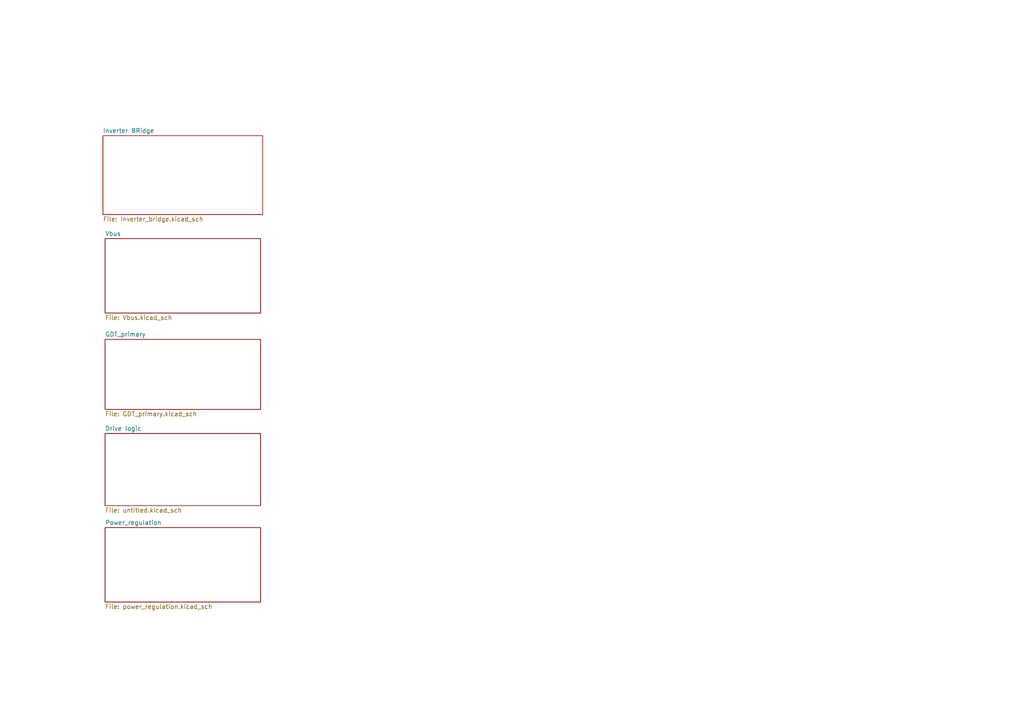
<source format=kicad_sch>
(kicad_sch (version 20211123) (generator eeschema)
  (paper "A4")
  (lib_symbols)
  (sheet (at 29.845 39.37) (size 46.355 22.86) (stroke (width 0.1524))
    (property "Sheet name" "Inverter BRidge" (at 29.845 38.6584 0) (effects (justify left bottom)))
    (property "Sheet file" "Inverter_bridge.kicad_sch" (at 29.845 62.8146 0) (effects (justify left top)))
  )
  (sheet (at 30.48 125.73) (size 45.085 20.955) (stroke (width 0.1524))
    (property "Sheet name" "Drive logic" (at 30.48 125.0184 0) (effects (justify left bottom)))
    (property "Sheet file" "untitled.kicad_sch" (at 30.48 147.2696 0) (effects (justify left top)))
  )
  (sheet (at 30.48 153.035) (size 45.085 21.59) (stroke (width 0.1524))
    (property "Sheet name" "Power_regulation" (at 30.48 152.3234 0) (effects (justify left bottom)))
    (property "Sheet file" "power_regulation.kicad_sch" (at 30.48 175.2096 0) (effects (justify left top)))
  )
  (sheet (at 30.48 98.425) (size 45.085 20.32) (stroke (width 0.1524))
    (property "Sheet name" "GDT_primary" (at 30.48 97.7134 0) (effects (justify left bottom)))
    (property "Sheet file" "GDT_primary.kicad_sch" (at 30.48 119.3296 0) (effects (justify left top)))
  )
  (sheet (at 30.48 69.215) (size 45.085 21.59) (stroke (width 0.1524))
    (property "Sheet name" "Vbus" (at 30.48 68.5034 0) (effects (justify left bottom)))
    (property "Sheet file" "Vbus.kicad_sch" (at 30.48 91.3896 0) (effects (justify left top)))
  )
)
</source>
